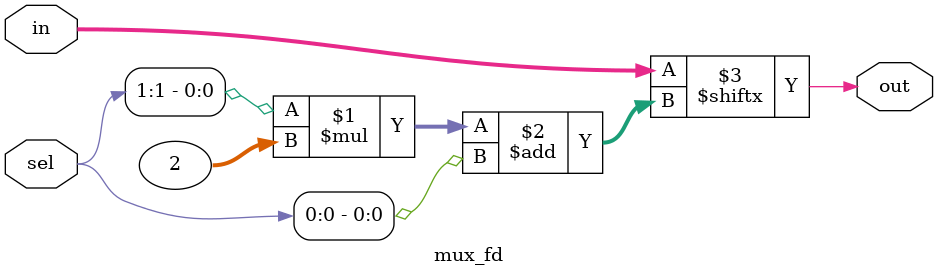
<source format=v>
module mux_fd(in, sel, out);
    input [3:0] in;
    input [1:0] sel;
    output out;
    
    assign out = in[sel[1] * 2 + sel[0]];

endmodule
</source>
